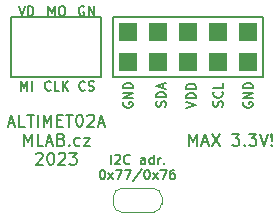
<source format=gbr>
%TF.GenerationSoftware,KiCad,Pcbnew,6.0.10+dfsg-1~bpo11+1*%
%TF.CreationDate,2023-02-12T23:39:23+00:00*%
%TF.ProjectId,ALTIMET02A,414c5449-4d45-4543-9032-412e6b696361,rev?*%
%TF.SameCoordinates,Original*%
%TF.FileFunction,Legend,Top*%
%TF.FilePolarity,Positive*%
%FSLAX46Y46*%
G04 Gerber Fmt 4.6, Leading zero omitted, Abs format (unit mm)*
G04 Created by KiCad (PCBNEW 6.0.10+dfsg-1~bpo11+1) date 2023-02-12 23:39:23*
%MOMM*%
%LPD*%
G01*
G04 APERTURE LIST*
%ADD10C,0.150000*%
%ADD11C,0.120000*%
%ADD12R,1.524000X1.524000*%
G04 APERTURE END LIST*
D10*
X127552476Y-97136000D02*
X127476285Y-97097904D01*
X127362000Y-97097904D01*
X127247714Y-97136000D01*
X127171523Y-97212190D01*
X127133428Y-97288380D01*
X127095333Y-97440761D01*
X127095333Y-97555047D01*
X127133428Y-97707428D01*
X127171523Y-97783619D01*
X127247714Y-97859809D01*
X127362000Y-97897904D01*
X127438190Y-97897904D01*
X127552476Y-97859809D01*
X127590571Y-97821714D01*
X127590571Y-97555047D01*
X127438190Y-97555047D01*
X127933428Y-97897904D02*
X127933428Y-97097904D01*
X128390571Y-97897904D01*
X128390571Y-97097904D01*
X124536285Y-97897904D02*
X124536285Y-97097904D01*
X124802952Y-97669333D01*
X125069619Y-97097904D01*
X125069619Y-97897904D01*
X125602952Y-97097904D02*
X125755333Y-97097904D01*
X125831523Y-97136000D01*
X125907714Y-97212190D01*
X125945809Y-97364571D01*
X125945809Y-97631238D01*
X125907714Y-97783619D01*
X125831523Y-97859809D01*
X125755333Y-97897904D01*
X125602952Y-97897904D01*
X125526761Y-97859809D01*
X125450571Y-97783619D01*
X125412476Y-97631238D01*
X125412476Y-97364571D01*
X125450571Y-97212190D01*
X125526761Y-97136000D01*
X125602952Y-97097904D01*
X134435809Y-105619428D02*
X134473904Y-105505142D01*
X134473904Y-105314666D01*
X134435809Y-105238476D01*
X134397714Y-105200380D01*
X134321523Y-105162285D01*
X134245333Y-105162285D01*
X134169142Y-105200380D01*
X134131047Y-105238476D01*
X134092952Y-105314666D01*
X134054857Y-105467047D01*
X134016761Y-105543238D01*
X133978666Y-105581333D01*
X133902476Y-105619428D01*
X133826285Y-105619428D01*
X133750095Y-105581333D01*
X133712000Y-105543238D01*
X133673904Y-105467047D01*
X133673904Y-105276571D01*
X133712000Y-105162285D01*
X134473904Y-104819428D02*
X133673904Y-104819428D01*
X133673904Y-104628952D01*
X133712000Y-104514666D01*
X133788190Y-104438476D01*
X133864380Y-104400380D01*
X134016761Y-104362285D01*
X134131047Y-104362285D01*
X134283428Y-104400380D01*
X134359619Y-104438476D01*
X134435809Y-104514666D01*
X134473904Y-104628952D01*
X134473904Y-104819428D01*
X134245333Y-104057523D02*
X134245333Y-103676571D01*
X134473904Y-104133714D02*
X133673904Y-103867047D01*
X134473904Y-103600380D01*
X127628666Y-104171714D02*
X127590571Y-104209809D01*
X127476285Y-104247904D01*
X127400095Y-104247904D01*
X127285809Y-104209809D01*
X127209619Y-104133619D01*
X127171523Y-104057428D01*
X127133428Y-103905047D01*
X127133428Y-103790761D01*
X127171523Y-103638380D01*
X127209619Y-103562190D01*
X127285809Y-103486000D01*
X127400095Y-103447904D01*
X127476285Y-103447904D01*
X127590571Y-103486000D01*
X127628666Y-103524095D01*
X127933428Y-104209809D02*
X128047714Y-104247904D01*
X128238190Y-104247904D01*
X128314380Y-104209809D01*
X128352476Y-104171714D01*
X128390571Y-104095523D01*
X128390571Y-104019333D01*
X128352476Y-103943142D01*
X128314380Y-103905047D01*
X128238190Y-103866952D01*
X128085809Y-103828857D01*
X128009619Y-103790761D01*
X127971523Y-103752666D01*
X127933428Y-103676476D01*
X127933428Y-103600285D01*
X127971523Y-103524095D01*
X128009619Y-103486000D01*
X128085809Y-103447904D01*
X128276285Y-103447904D01*
X128390571Y-103486000D01*
X141078000Y-105257523D02*
X141039904Y-105333714D01*
X141039904Y-105448000D01*
X141078000Y-105562285D01*
X141154190Y-105638476D01*
X141230380Y-105676571D01*
X141382761Y-105714666D01*
X141497047Y-105714666D01*
X141649428Y-105676571D01*
X141725619Y-105638476D01*
X141801809Y-105562285D01*
X141839904Y-105448000D01*
X141839904Y-105371809D01*
X141801809Y-105257523D01*
X141763714Y-105219428D01*
X141497047Y-105219428D01*
X141497047Y-105371809D01*
X141839904Y-104876571D02*
X141039904Y-104876571D01*
X141839904Y-104419428D01*
X141039904Y-104419428D01*
X141839904Y-104038476D02*
X141039904Y-104038476D01*
X141039904Y-103848000D01*
X141078000Y-103733714D01*
X141154190Y-103657523D01*
X141230380Y-103619428D01*
X141382761Y-103581333D01*
X141497047Y-103581333D01*
X141649428Y-103619428D01*
X141725619Y-103657523D01*
X141801809Y-103733714D01*
X141839904Y-103848000D01*
X141839904Y-104038476D01*
X139261809Y-105600380D02*
X139299904Y-105486095D01*
X139299904Y-105295619D01*
X139261809Y-105219428D01*
X139223714Y-105181333D01*
X139147523Y-105143238D01*
X139071333Y-105143238D01*
X138995142Y-105181333D01*
X138957047Y-105219428D01*
X138918952Y-105295619D01*
X138880857Y-105448000D01*
X138842761Y-105524190D01*
X138804666Y-105562285D01*
X138728476Y-105600380D01*
X138652285Y-105600380D01*
X138576095Y-105562285D01*
X138538000Y-105524190D01*
X138499904Y-105448000D01*
X138499904Y-105257523D01*
X138538000Y-105143238D01*
X139223714Y-104343238D02*
X139261809Y-104381333D01*
X139299904Y-104495619D01*
X139299904Y-104571809D01*
X139261809Y-104686095D01*
X139185619Y-104762285D01*
X139109428Y-104800380D01*
X138957047Y-104838476D01*
X138842761Y-104838476D01*
X138690380Y-104800380D01*
X138614190Y-104762285D01*
X138538000Y-104686095D01*
X138499904Y-104571809D01*
X138499904Y-104495619D01*
X138538000Y-104381333D01*
X138576095Y-104343238D01*
X139299904Y-103619428D02*
X139299904Y-104000380D01*
X138499904Y-104000380D01*
X136213904Y-105714666D02*
X137013904Y-105448000D01*
X136213904Y-105181333D01*
X137013904Y-104914666D02*
X136213904Y-104914666D01*
X136213904Y-104724190D01*
X136252000Y-104609904D01*
X136328190Y-104533714D01*
X136404380Y-104495619D01*
X136556761Y-104457523D01*
X136671047Y-104457523D01*
X136823428Y-104495619D01*
X136899619Y-104533714D01*
X136975809Y-104609904D01*
X137013904Y-104724190D01*
X137013904Y-104914666D01*
X137013904Y-104114666D02*
X136213904Y-104114666D01*
X136213904Y-103924190D01*
X136252000Y-103809904D01*
X136328190Y-103733714D01*
X136404380Y-103695619D01*
X136556761Y-103657523D01*
X136671047Y-103657523D01*
X136823428Y-103695619D01*
X136899619Y-103733714D01*
X136975809Y-103809904D01*
X137013904Y-103924190D01*
X137013904Y-104114666D01*
X136477809Y-108910380D02*
X136477809Y-107910380D01*
X136811142Y-108624666D01*
X137144476Y-107910380D01*
X137144476Y-108910380D01*
X137573047Y-108624666D02*
X138049238Y-108624666D01*
X137477809Y-108910380D02*
X137811142Y-107910380D01*
X138144476Y-108910380D01*
X138382571Y-107910380D02*
X139049238Y-108910380D01*
X139049238Y-107910380D02*
X138382571Y-108910380D01*
X140096857Y-107910380D02*
X140715904Y-107910380D01*
X140382571Y-108291333D01*
X140525428Y-108291333D01*
X140620666Y-108338952D01*
X140668285Y-108386571D01*
X140715904Y-108481809D01*
X140715904Y-108719904D01*
X140668285Y-108815142D01*
X140620666Y-108862761D01*
X140525428Y-108910380D01*
X140239714Y-108910380D01*
X140144476Y-108862761D01*
X140096857Y-108815142D01*
X141144476Y-108815142D02*
X141192095Y-108862761D01*
X141144476Y-108910380D01*
X141096857Y-108862761D01*
X141144476Y-108815142D01*
X141144476Y-108910380D01*
X141525428Y-107910380D02*
X142144476Y-107910380D01*
X141811142Y-108291333D01*
X141954000Y-108291333D01*
X142049238Y-108338952D01*
X142096857Y-108386571D01*
X142144476Y-108481809D01*
X142144476Y-108719904D01*
X142096857Y-108815142D01*
X142049238Y-108862761D01*
X141954000Y-108910380D01*
X141668285Y-108910380D01*
X141573047Y-108862761D01*
X141525428Y-108815142D01*
X142430190Y-107910380D02*
X142763523Y-108910380D01*
X143096857Y-107910380D01*
X143430190Y-108815142D02*
X143477809Y-108862761D01*
X143430190Y-108910380D01*
X143382571Y-108862761D01*
X143430190Y-108815142D01*
X143430190Y-108910380D01*
X143430190Y-108529428D02*
X143382571Y-107958000D01*
X143430190Y-107910380D01*
X143477809Y-107958000D01*
X143430190Y-108529428D01*
X143430190Y-107910380D01*
X129832380Y-110461904D02*
X129832380Y-109661904D01*
X130175238Y-109738095D02*
X130213333Y-109700000D01*
X130289523Y-109661904D01*
X130480000Y-109661904D01*
X130556190Y-109700000D01*
X130594285Y-109738095D01*
X130632380Y-109814285D01*
X130632380Y-109890476D01*
X130594285Y-110004761D01*
X130137142Y-110461904D01*
X130632380Y-110461904D01*
X131432380Y-110385714D02*
X131394285Y-110423809D01*
X131280000Y-110461904D01*
X131203809Y-110461904D01*
X131089523Y-110423809D01*
X131013333Y-110347619D01*
X130975238Y-110271428D01*
X130937142Y-110119047D01*
X130937142Y-110004761D01*
X130975238Y-109852380D01*
X131013333Y-109776190D01*
X131089523Y-109700000D01*
X131203809Y-109661904D01*
X131280000Y-109661904D01*
X131394285Y-109700000D01*
X131432380Y-109738095D01*
X132727619Y-110461904D02*
X132727619Y-110042857D01*
X132689523Y-109966666D01*
X132613333Y-109928571D01*
X132460952Y-109928571D01*
X132384761Y-109966666D01*
X132727619Y-110423809D02*
X132651428Y-110461904D01*
X132460952Y-110461904D01*
X132384761Y-110423809D01*
X132346666Y-110347619D01*
X132346666Y-110271428D01*
X132384761Y-110195238D01*
X132460952Y-110157142D01*
X132651428Y-110157142D01*
X132727619Y-110119047D01*
X133451428Y-110461904D02*
X133451428Y-109661904D01*
X133451428Y-110423809D02*
X133375238Y-110461904D01*
X133222857Y-110461904D01*
X133146666Y-110423809D01*
X133108571Y-110385714D01*
X133070476Y-110309523D01*
X133070476Y-110080952D01*
X133108571Y-110004761D01*
X133146666Y-109966666D01*
X133222857Y-109928571D01*
X133375238Y-109928571D01*
X133451428Y-109966666D01*
X133832380Y-110461904D02*
X133832380Y-109928571D01*
X133832380Y-110080952D02*
X133870476Y-110004761D01*
X133908571Y-109966666D01*
X133984761Y-109928571D01*
X134060952Y-109928571D01*
X134327619Y-110385714D02*
X134365714Y-110423809D01*
X134327619Y-110461904D01*
X134289523Y-110423809D01*
X134327619Y-110385714D01*
X134327619Y-110461904D01*
X129070476Y-110949904D02*
X129146666Y-110949904D01*
X129222857Y-110988000D01*
X129260952Y-111026095D01*
X129299047Y-111102285D01*
X129337142Y-111254666D01*
X129337142Y-111445142D01*
X129299047Y-111597523D01*
X129260952Y-111673714D01*
X129222857Y-111711809D01*
X129146666Y-111749904D01*
X129070476Y-111749904D01*
X128994285Y-111711809D01*
X128956190Y-111673714D01*
X128918095Y-111597523D01*
X128880000Y-111445142D01*
X128880000Y-111254666D01*
X128918095Y-111102285D01*
X128956190Y-111026095D01*
X128994285Y-110988000D01*
X129070476Y-110949904D01*
X129603809Y-111749904D02*
X130022857Y-111216571D01*
X129603809Y-111216571D02*
X130022857Y-111749904D01*
X130251428Y-110949904D02*
X130784761Y-110949904D01*
X130441904Y-111749904D01*
X131013333Y-110949904D02*
X131546666Y-110949904D01*
X131203809Y-111749904D01*
X132422857Y-110911809D02*
X131737142Y-111940380D01*
X132841904Y-110949904D02*
X132918095Y-110949904D01*
X132994285Y-110988000D01*
X133032380Y-111026095D01*
X133070476Y-111102285D01*
X133108571Y-111254666D01*
X133108571Y-111445142D01*
X133070476Y-111597523D01*
X133032380Y-111673714D01*
X132994285Y-111711809D01*
X132918095Y-111749904D01*
X132841904Y-111749904D01*
X132765714Y-111711809D01*
X132727619Y-111673714D01*
X132689523Y-111597523D01*
X132651428Y-111445142D01*
X132651428Y-111254666D01*
X132689523Y-111102285D01*
X132727619Y-111026095D01*
X132765714Y-110988000D01*
X132841904Y-110949904D01*
X133375238Y-111749904D02*
X133794285Y-111216571D01*
X133375238Y-111216571D02*
X133794285Y-111749904D01*
X134022857Y-110949904D02*
X134556190Y-110949904D01*
X134213333Y-111749904D01*
X135203809Y-110949904D02*
X135051428Y-110949904D01*
X134975238Y-110988000D01*
X134937142Y-111026095D01*
X134860952Y-111140380D01*
X134822857Y-111292761D01*
X134822857Y-111597523D01*
X134860952Y-111673714D01*
X134899047Y-111711809D01*
X134975238Y-111749904D01*
X135127619Y-111749904D01*
X135203809Y-111711809D01*
X135241904Y-111673714D01*
X135280000Y-111597523D01*
X135280000Y-111407047D01*
X135241904Y-111330857D01*
X135203809Y-111292761D01*
X135127619Y-111254666D01*
X134975238Y-111254666D01*
X134899047Y-111292761D01*
X134860952Y-111330857D01*
X134822857Y-111407047D01*
X124745809Y-104171714D02*
X124707714Y-104209809D01*
X124593428Y-104247904D01*
X124517238Y-104247904D01*
X124402952Y-104209809D01*
X124326761Y-104133619D01*
X124288666Y-104057428D01*
X124250571Y-103905047D01*
X124250571Y-103790761D01*
X124288666Y-103638380D01*
X124326761Y-103562190D01*
X124402952Y-103486000D01*
X124517238Y-103447904D01*
X124593428Y-103447904D01*
X124707714Y-103486000D01*
X124745809Y-103524095D01*
X125469619Y-104247904D02*
X125088666Y-104247904D01*
X125088666Y-103447904D01*
X125736285Y-104247904D02*
X125736285Y-103447904D01*
X126193428Y-104247904D02*
X125850571Y-103790761D01*
X126193428Y-103447904D02*
X125736285Y-103905047D01*
X130918000Y-105257523D02*
X130879904Y-105333714D01*
X130879904Y-105448000D01*
X130918000Y-105562285D01*
X130994190Y-105638476D01*
X131070380Y-105676571D01*
X131222761Y-105714666D01*
X131337047Y-105714666D01*
X131489428Y-105676571D01*
X131565619Y-105638476D01*
X131641809Y-105562285D01*
X131679904Y-105448000D01*
X131679904Y-105371809D01*
X131641809Y-105257523D01*
X131603714Y-105219428D01*
X131337047Y-105219428D01*
X131337047Y-105371809D01*
X131679904Y-104876571D02*
X130879904Y-104876571D01*
X131679904Y-104419428D01*
X130879904Y-104419428D01*
X131679904Y-104038476D02*
X130879904Y-104038476D01*
X130879904Y-103848000D01*
X130918000Y-103733714D01*
X130994190Y-103657523D01*
X131070380Y-103619428D01*
X131222761Y-103581333D01*
X131337047Y-103581333D01*
X131489428Y-103619428D01*
X131565619Y-103657523D01*
X131641809Y-103733714D01*
X131679904Y-103848000D01*
X131679904Y-104038476D01*
X121174380Y-107014666D02*
X121650571Y-107014666D01*
X121079142Y-107300380D02*
X121412476Y-106300380D01*
X121745809Y-107300380D01*
X122555333Y-107300380D02*
X122079142Y-107300380D01*
X122079142Y-106300380D01*
X122745809Y-106300380D02*
X123317238Y-106300380D01*
X123031523Y-107300380D02*
X123031523Y-106300380D01*
X123650571Y-107300380D02*
X123650571Y-106300380D01*
X124126761Y-107300380D02*
X124126761Y-106300380D01*
X124460095Y-107014666D01*
X124793428Y-106300380D01*
X124793428Y-107300380D01*
X125269619Y-106776571D02*
X125602952Y-106776571D01*
X125745809Y-107300380D02*
X125269619Y-107300380D01*
X125269619Y-106300380D01*
X125745809Y-106300380D01*
X126031523Y-106300380D02*
X126602952Y-106300380D01*
X126317238Y-107300380D02*
X126317238Y-106300380D01*
X127126761Y-106300380D02*
X127222000Y-106300380D01*
X127317238Y-106348000D01*
X127364857Y-106395619D01*
X127412476Y-106490857D01*
X127460095Y-106681333D01*
X127460095Y-106919428D01*
X127412476Y-107109904D01*
X127364857Y-107205142D01*
X127317238Y-107252761D01*
X127222000Y-107300380D01*
X127126761Y-107300380D01*
X127031523Y-107252761D01*
X126983904Y-107205142D01*
X126936285Y-107109904D01*
X126888666Y-106919428D01*
X126888666Y-106681333D01*
X126936285Y-106490857D01*
X126983904Y-106395619D01*
X127031523Y-106348000D01*
X127126761Y-106300380D01*
X127841047Y-106395619D02*
X127888666Y-106348000D01*
X127983904Y-106300380D01*
X128222000Y-106300380D01*
X128317238Y-106348000D01*
X128364857Y-106395619D01*
X128412476Y-106490857D01*
X128412476Y-106586095D01*
X128364857Y-106728952D01*
X127793428Y-107300380D01*
X128412476Y-107300380D01*
X128793428Y-107014666D02*
X129269619Y-107014666D01*
X128698190Y-107300380D02*
X129031523Y-106300380D01*
X129364857Y-107300380D01*
X122483904Y-108910380D02*
X122483904Y-107910380D01*
X122817238Y-108624666D01*
X123150571Y-107910380D01*
X123150571Y-108910380D01*
X124102952Y-108910380D02*
X123626761Y-108910380D01*
X123626761Y-107910380D01*
X124388666Y-108624666D02*
X124864857Y-108624666D01*
X124293428Y-108910380D02*
X124626761Y-107910380D01*
X124960095Y-108910380D01*
X125626761Y-108386571D02*
X125769619Y-108434190D01*
X125817238Y-108481809D01*
X125864857Y-108577047D01*
X125864857Y-108719904D01*
X125817238Y-108815142D01*
X125769619Y-108862761D01*
X125674380Y-108910380D01*
X125293428Y-108910380D01*
X125293428Y-107910380D01*
X125626761Y-107910380D01*
X125722000Y-107958000D01*
X125769619Y-108005619D01*
X125817238Y-108100857D01*
X125817238Y-108196095D01*
X125769619Y-108291333D01*
X125722000Y-108338952D01*
X125626761Y-108386571D01*
X125293428Y-108386571D01*
X126293428Y-108815142D02*
X126341047Y-108862761D01*
X126293428Y-108910380D01*
X126245809Y-108862761D01*
X126293428Y-108815142D01*
X126293428Y-108910380D01*
X127198190Y-108862761D02*
X127102952Y-108910380D01*
X126912476Y-108910380D01*
X126817238Y-108862761D01*
X126769619Y-108815142D01*
X126722000Y-108719904D01*
X126722000Y-108434190D01*
X126769619Y-108338952D01*
X126817238Y-108291333D01*
X126912476Y-108243714D01*
X127102952Y-108243714D01*
X127198190Y-108291333D01*
X127531523Y-108243714D02*
X128055333Y-108243714D01*
X127531523Y-108910380D01*
X128055333Y-108910380D01*
X123507714Y-109615619D02*
X123555333Y-109568000D01*
X123650571Y-109520380D01*
X123888666Y-109520380D01*
X123983904Y-109568000D01*
X124031523Y-109615619D01*
X124079142Y-109710857D01*
X124079142Y-109806095D01*
X124031523Y-109948952D01*
X123460095Y-110520380D01*
X124079142Y-110520380D01*
X124698190Y-109520380D02*
X124793428Y-109520380D01*
X124888666Y-109568000D01*
X124936285Y-109615619D01*
X124983904Y-109710857D01*
X125031523Y-109901333D01*
X125031523Y-110139428D01*
X124983904Y-110329904D01*
X124936285Y-110425142D01*
X124888666Y-110472761D01*
X124793428Y-110520380D01*
X124698190Y-110520380D01*
X124602952Y-110472761D01*
X124555333Y-110425142D01*
X124507714Y-110329904D01*
X124460095Y-110139428D01*
X124460095Y-109901333D01*
X124507714Y-109710857D01*
X124555333Y-109615619D01*
X124602952Y-109568000D01*
X124698190Y-109520380D01*
X125412476Y-109615619D02*
X125460095Y-109568000D01*
X125555333Y-109520380D01*
X125793428Y-109520380D01*
X125888666Y-109568000D01*
X125936285Y-109615619D01*
X125983904Y-109710857D01*
X125983904Y-109806095D01*
X125936285Y-109948952D01*
X125364857Y-110520380D01*
X125983904Y-110520380D01*
X126317238Y-109520380D02*
X126936285Y-109520380D01*
X126602952Y-109901333D01*
X126745809Y-109901333D01*
X126841047Y-109948952D01*
X126888666Y-109996571D01*
X126936285Y-110091809D01*
X126936285Y-110329904D01*
X126888666Y-110425142D01*
X126841047Y-110472761D01*
X126745809Y-110520380D01*
X126460095Y-110520380D01*
X126364857Y-110472761D01*
X126317238Y-110425142D01*
X122015333Y-97097904D02*
X122282000Y-97897904D01*
X122548666Y-97097904D01*
X122815333Y-97897904D02*
X122815333Y-97097904D01*
X123005809Y-97097904D01*
X123120095Y-97136000D01*
X123196285Y-97212190D01*
X123234380Y-97288380D01*
X123272476Y-97440761D01*
X123272476Y-97555047D01*
X123234380Y-97707428D01*
X123196285Y-97783619D01*
X123120095Y-97859809D01*
X123005809Y-97897904D01*
X122815333Y-97897904D01*
X122224857Y-104247904D02*
X122224857Y-103447904D01*
X122491523Y-104019333D01*
X122758190Y-103447904D01*
X122758190Y-104247904D01*
X123139142Y-104247904D02*
X123139142Y-103447904D01*
%TO.C,J3*%
X130048000Y-98044000D02*
X142748000Y-98044000D01*
X130048000Y-103124000D02*
X130048000Y-98044000D01*
X142748000Y-98044000D02*
X142748000Y-103124000D01*
X142748000Y-103124000D02*
X130048000Y-103124000D01*
%TO.C,J2*%
X129032000Y-103124000D02*
X121412000Y-103124000D01*
X129032000Y-98044000D02*
X129032000Y-103124000D01*
X121412000Y-103124000D02*
X121412000Y-98044000D01*
X121412000Y-98044000D02*
X129032000Y-98044000D01*
D11*
%TO.C,JP3*%
X130030000Y-113838000D02*
X130030000Y-113238000D01*
X133480000Y-114538000D02*
X130680000Y-114538000D01*
X130680000Y-112538000D02*
X133480000Y-112538000D01*
X134130000Y-113238000D02*
X134130000Y-113838000D01*
X130030000Y-113838000D02*
G75*
G03*
X130730000Y-114538000I699999J-1D01*
G01*
X133430000Y-114538000D02*
G75*
G03*
X134130000Y-113838000I0J700000D01*
G01*
X134130000Y-113238000D02*
G75*
G03*
X133430000Y-112538000I-700000J0D01*
G01*
X130730000Y-112538000D02*
G75*
G03*
X130030000Y-113238000I-1J-699999D01*
G01*
%TD*%
D12*
%TO.C,J3*%
X141478000Y-99314000D03*
X141478000Y-101854000D03*
X138938000Y-99314000D03*
X138938000Y-101854000D03*
X136398000Y-99314000D03*
X136398000Y-101854000D03*
X133858000Y-99314000D03*
X133858000Y-101854000D03*
X131318000Y-99314000D03*
X131318000Y-101854000D03*
%TD*%
M02*

</source>
